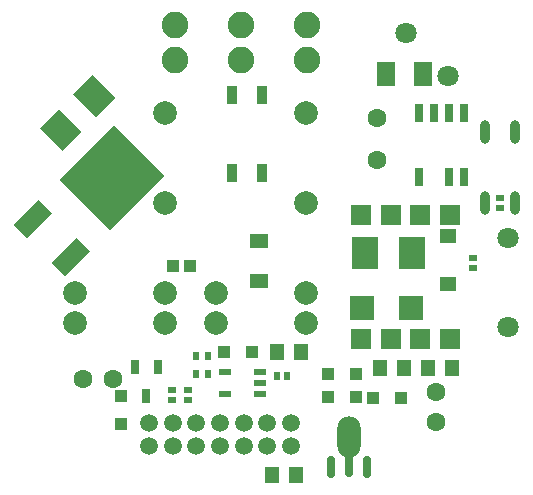
<source format=gbp>
G04 #@! TF.GenerationSoftware,KiCad,Pcbnew,5.1.5-52549c5~84~ubuntu18.04.1*
G04 #@! TF.CreationDate,2020-02-21T12:56:33+02:00*
G04 #@! TF.ProjectId,NRF52832_Touch_Switch_Power_Supply,4e524635-3238-4333-925f-546f7563685f,rev?*
G04 #@! TF.SameCoordinates,Original*
G04 #@! TF.FileFunction,Paste,Bot*
G04 #@! TF.FilePolarity,Positive*
%FSLAX46Y46*%
G04 Gerber Fmt 4.6, Leading zero omitted, Abs format (unit mm)*
G04 Created by KiCad (PCBNEW 5.1.5-52549c5~84~ubuntu18.04.1) date 2020-02-21 12:56:33*
%MOMM*%
%LPD*%
G04 APERTURE LIST*
%ADD10R,2.290000X2.720000*%
%ADD11R,1.778000X1.778000*%
%ADD12C,1.800000*%
%ADD13C,2.250000*%
%ADD14C,1.600000*%
%ADD15C,2.000000*%
%ADD16R,1.160000X1.450000*%
%ADD17C,1.500000*%
%ADD18O,2.000000X3.500000*%
%ADD19O,0.700000X2.100000*%
%ADD20O,0.700000X1.900000*%
%ADD21R,1.000000X0.550000*%
%ADD22R,0.600000X0.650000*%
%ADD23R,0.650000X0.600000*%
%ADD24R,0.500000X0.800000*%
%ADD25R,1.000000X1.000000*%
%ADD26R,1.471000X1.270000*%
%ADD27C,0.100000*%
%ADD28R,1.500000X1.300000*%
%ADD29R,0.813000X1.500000*%
%ADD30R,2.000000X2.000000*%
%ADD31R,0.700000X1.250000*%
%ADD32O,0.800000X2.000000*%
%ADD33R,0.650000X1.550000*%
%ADD34R,1.000000X1.100000*%
%ADD35R,1.600000X2.000000*%
G04 APERTURE END LIST*
D10*
X126152000Y-59435000D03*
X122102000Y-59435000D03*
D11*
X129301000Y-66746000D03*
X126801000Y-66746000D03*
X124301000Y-66746000D03*
X121801000Y-66746000D03*
X121801000Y-56246000D03*
X124301000Y-56246000D03*
X126801000Y-56246000D03*
X129301000Y-56246000D03*
D12*
X129177051Y-44468051D03*
X125584949Y-40875949D03*
D13*
X111633000Y-40156000D03*
X111633000Y-43156000D03*
X117221000Y-40156000D03*
X117221000Y-43156000D03*
D14*
X128143000Y-71247000D03*
X128143000Y-73787000D03*
X98298000Y-70104000D03*
X100838000Y-70104000D03*
D13*
X106045000Y-40156000D03*
X106045000Y-43156000D03*
D14*
X123190000Y-48062000D03*
X123190000Y-51562000D03*
D12*
X134239000Y-65726000D03*
X134239000Y-58226000D03*
D15*
X105171000Y-65405000D03*
X105171000Y-62865000D03*
X105171000Y-47625000D03*
X105171000Y-55245000D03*
X97551000Y-62865000D03*
X97551000Y-65405000D03*
X117109000Y-65405000D03*
X117109000Y-62865000D03*
X117109000Y-47625000D03*
X117109000Y-55245000D03*
X109489000Y-62865000D03*
X109489000Y-65405000D03*
D16*
X114300000Y-78232000D03*
X116332000Y-78232000D03*
D17*
X115855000Y-73841000D03*
X115855000Y-75841000D03*
X113855000Y-73841000D03*
X113855000Y-75841000D03*
X111855000Y-73841000D03*
X111855000Y-75841000D03*
X109855000Y-73841000D03*
X109855000Y-75841000D03*
X107855000Y-73841000D03*
X107855000Y-75841000D03*
X105855000Y-73841000D03*
X105855000Y-75841000D03*
X103855000Y-73841000D03*
X103855000Y-75841000D03*
D18*
X120777000Y-75057000D03*
D19*
X120777000Y-77458000D03*
D20*
X119276000Y-77557000D03*
X122278000Y-77557000D03*
D21*
X110260000Y-69535000D03*
X110260000Y-71435000D03*
X113260000Y-71435000D03*
X113260000Y-70485000D03*
X113260000Y-69535000D03*
D22*
X114722000Y-69850000D03*
X115570000Y-69850000D03*
D23*
X105791000Y-71925000D03*
X105791000Y-71077000D03*
X107188000Y-71925000D03*
X107188000Y-71077000D03*
X131318000Y-60706000D03*
X131318000Y-59858000D03*
X133604000Y-55626000D03*
X133604000Y-54778000D03*
D24*
X108823000Y-68199000D03*
X107823000Y-68199000D03*
X108831000Y-69723000D03*
X107831000Y-69723000D03*
D25*
X125222000Y-71755000D03*
X122822000Y-71755000D03*
X121412000Y-69723000D03*
X119012000Y-69723000D03*
X118999000Y-71628000D03*
X121399000Y-71628000D03*
X112579000Y-67818000D03*
X110179000Y-67818000D03*
X101473000Y-71571000D03*
X101473000Y-73971000D03*
D26*
X129159000Y-58014000D03*
X129159000Y-62128000D03*
D27*
G36*
X99373919Y-47964411D02*
G01*
X97450589Y-46041081D01*
X99069863Y-44421807D01*
X100993193Y-46345137D01*
X99373919Y-47964411D01*
G37*
G36*
X96510137Y-50828193D02*
G01*
X94586807Y-48904863D01*
X96206081Y-47285589D01*
X98129411Y-49208919D01*
X96510137Y-50828193D01*
G37*
D28*
X113157000Y-58449000D03*
X113157000Y-61849000D03*
D29*
X110851000Y-46103000D03*
X113431000Y-46103000D03*
X113431000Y-52703000D03*
X110851000Y-52703000D03*
D30*
X126009000Y-64135000D03*
X121895000Y-64135000D03*
D31*
X103632000Y-71608000D03*
X104582000Y-69108000D03*
X102682000Y-69108000D03*
D27*
G36*
X95610244Y-56086649D02*
G01*
X93488923Y-58207970D01*
X92357552Y-57076599D01*
X94478873Y-54955278D01*
X95610244Y-56086649D01*
G37*
G36*
X95584788Y-60312319D02*
G01*
X97706109Y-58190998D01*
X98837480Y-59322369D01*
X96716159Y-61443690D01*
X95584788Y-60312319D01*
G37*
G36*
X96291188Y-53263172D02*
G01*
X100887382Y-48666978D01*
X105130022Y-52909618D01*
X100533828Y-57505812D01*
X96291188Y-53263172D01*
G37*
D32*
X134874000Y-55197000D03*
X132334000Y-55197000D03*
X132334000Y-49197000D03*
X134874000Y-49197000D03*
D33*
X130556000Y-53012000D03*
X129286000Y-53012000D03*
X126746000Y-53012000D03*
X126746000Y-47572000D03*
X128016000Y-47572000D03*
X129286000Y-47572000D03*
X130556000Y-47572000D03*
D16*
X116713000Y-67818000D03*
X114681000Y-67818000D03*
X123444000Y-69215000D03*
X125476000Y-69215000D03*
X127508000Y-69215000D03*
X129540000Y-69215000D03*
D34*
X107315000Y-60579000D03*
X105915000Y-60579000D03*
D35*
X127076000Y-44323000D03*
X123876000Y-44323000D03*
M02*

</source>
